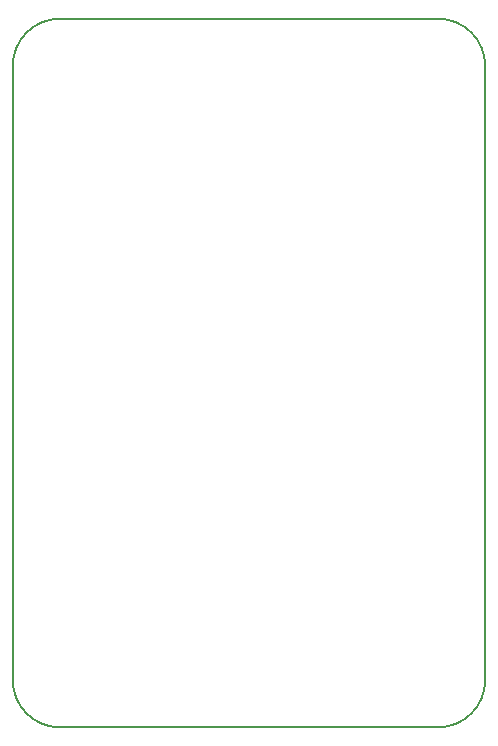
<source format=gbr>
G04 #@! TF.FileFunction,Profile,NP*
%FSLAX46Y46*%
G04 Gerber Fmt 4.6, Leading zero omitted, Abs format (unit mm)*
G04 Created by KiCad (PCBNEW 4.0.2+dfsg1-stable) date Fri Nov  3 12:39:00 2017*
%MOMM*%
G01*
G04 APERTURE LIST*
%ADD10C,0.100000*%
%ADD11C,0.150000*%
G04 APERTURE END LIST*
D10*
D11*
X135000000Y-80000000D02*
G75*
G03X131000000Y-84000000I0J-4000000D01*
G01*
X171000000Y-84000000D02*
G75*
G03X167000000Y-80000000I-4000000J0D01*
G01*
X167000000Y-140000000D02*
G75*
G03X171000000Y-136000000I0J4000000D01*
G01*
X131000000Y-136000000D02*
G75*
G03X135000000Y-140000000I4000000J0D01*
G01*
X135000000Y-80000000D02*
X167000000Y-80000000D01*
X135000000Y-140000000D02*
X167000000Y-140000000D01*
X171000000Y-84000000D02*
X171000000Y-136000000D01*
X131000000Y-84000000D02*
X131000000Y-136000000D01*
M02*

</source>
